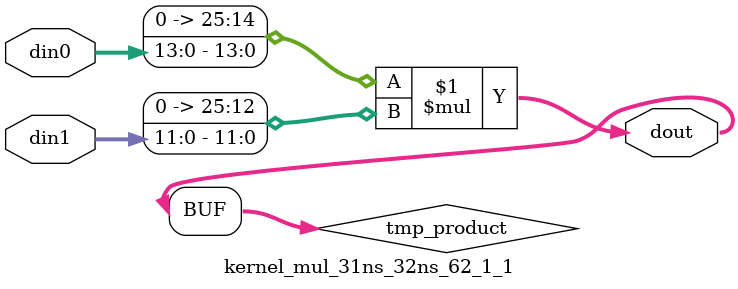
<source format=v>

`timescale 1 ns / 1 ps

  module kernel_mul_31ns_32ns_62_1_1(din0, din1, dout);
parameter ID = 1;
parameter NUM_STAGE = 0;
parameter din0_WIDTH = 14;
parameter din1_WIDTH = 12;
parameter dout_WIDTH = 26;

input [din0_WIDTH - 1 : 0] din0; 
input [din1_WIDTH - 1 : 0] din1; 
output [dout_WIDTH - 1 : 0] dout;

wire signed [dout_WIDTH - 1 : 0] tmp_product;










assign tmp_product = $signed({1'b0, din0}) * $signed({1'b0, din1});











assign dout = tmp_product;







endmodule

</source>
